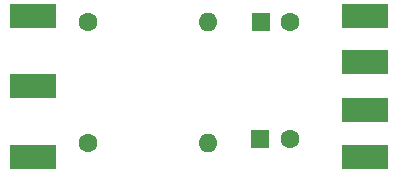
<source format=gbr>
%TF.GenerationSoftware,KiCad,Pcbnew,7.0.9*%
%TF.CreationDate,2024-01-23T01:00:11-08:00*%
%TF.ProjectId,genesis_m2_svideo_simple_standard,67656e65-7369-4735-9f6d-325f73766964,rev?*%
%TF.SameCoordinates,Original*%
%TF.FileFunction,Soldermask,Top*%
%TF.FilePolarity,Negative*%
%FSLAX46Y46*%
G04 Gerber Fmt 4.6, Leading zero omitted, Abs format (unit mm)*
G04 Created by KiCad (PCBNEW 7.0.9) date 2024-01-23 01:00:11*
%MOMM*%
%LPD*%
G01*
G04 APERTURE LIST*
%ADD10R,1.600000X1.600000*%
%ADD11C,1.600000*%
%ADD12R,4.006000X2.000000*%
%ADD13O,1.600000X1.600000*%
G04 APERTURE END LIST*
D10*
%TO.C,C2*%
X93896000Y-78500000D03*
D11*
X96396000Y-78500000D03*
%TD*%
D12*
%TO.C,J5*%
X74676000Y-74000000D03*
%TD*%
%TO.C,J4*%
X102797000Y-80050000D03*
%TD*%
%TO.C,J3*%
X102797000Y-68100000D03*
%TD*%
%TO.C,J7*%
X102797000Y-76100000D03*
%TD*%
D11*
%TO.C,R2*%
X79320000Y-78867000D03*
D13*
X89480000Y-78867000D03*
%TD*%
D12*
%TO.C,J1*%
X74675000Y-68100000D03*
%TD*%
D11*
%TO.C,R1*%
X79320000Y-68580000D03*
D13*
X89480000Y-68580000D03*
%TD*%
D10*
%TO.C,C1*%
X93936000Y-68580000D03*
D11*
X96436000Y-68580000D03*
%TD*%
D12*
%TO.C,J6*%
X102797000Y-72000000D03*
%TD*%
%TO.C,J2*%
X74676000Y-80050000D03*
%TD*%
M02*

</source>
